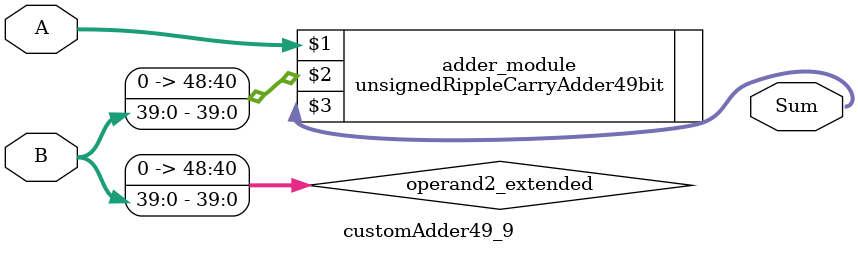
<source format=v>
module customAdder49_9(
                        input [48 : 0] A,
                        input [39 : 0] B,
                        
                        output [49 : 0] Sum
                );

        wire [48 : 0] operand2_extended;
        
        assign operand2_extended =  {9'b0, B};
        
        unsignedRippleCarryAdder49bit adder_module(
            A,
            operand2_extended,
            Sum
        );
        
        endmodule
        
</source>
